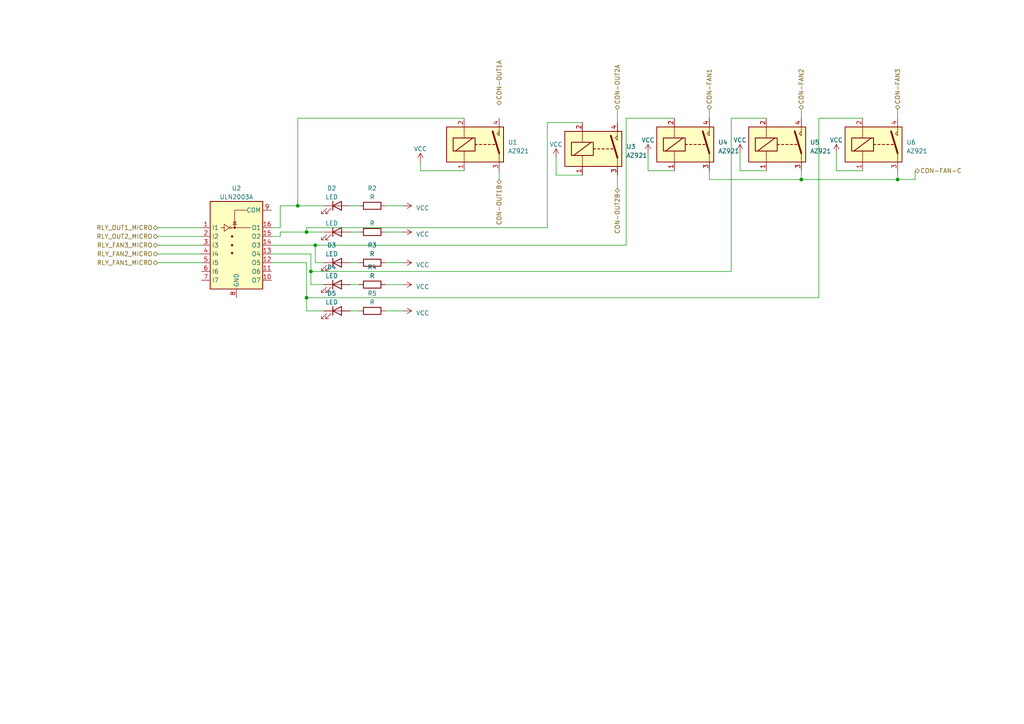
<source format=kicad_sch>
(kicad_sch (version 20230121) (generator eeschema)
  (paper "A4")
  (lib_symbols
    (symbol "Device:LED" (pin_numbers hide) (pin_names (offset 1.016) hide)
      (property "Reference" "D" (at 0 2.54 0))
      (property "Value" "LED" (at 0 -2.54 0))
      (symbol "LED_0_1"
        (polyline (pts (xy -1.27 -1.27) (xy -1.27 1.27)) (stroke (width 0.254)))
        (polyline (pts (xy -1.27 0) (xy 1.27 0)))
        (polyline (pts (xy 1.27 -1.27) (xy 1.27 1.27) (xy -1.27 0) (xy 1.27 -1.27)) (stroke (width 0.254)))
        (polyline (pts (xy -3.048 -0.762) (xy -4.572 -2.286) (xy -3.81 -2.286) (xy -4.572 -2.286) (xy -4.572 -1.524)))
        (polyline (pts (xy -1.778 -0.762) (xy -3.302 -2.286) (xy -2.54 -2.286) (xy -3.302 -2.286) (xy -3.302 -1.524)))
      )
      (symbol "LED_1_1"
        (pin passive line (at -3.81 0 0) (length 2.54) (name "K") (number "1"))
        (pin passive line (at 3.81 0 180) (length 2.54) (name "A") (number "2"))
      )
    )
    (symbol "Device:R" (pin_numbers hide) (pin_names (offset 0))
      (property "Reference" "R" (at 2.032 0 90))
      (property "Value" "R" (at 0 0 90))
      (symbol "R_0_1"
        (rectangle (start -1.016 -2.54) (end 1.016 2.54) (stroke (width 0.254)))
      )
      (symbol "R_1_1"
        (pin passive line (at 0 3.81 270) (length 1.27) (name "~") (number "1"))
        (pin passive line (at 0 -3.81 90) (length 1.27) (name "~") (number "2"))
      )
    )
    (symbol "Transistor_Array:ULN2003A"
      (property "Reference" "U" (at 0 15.875 0))
      (property "Value" "ULN2003A" (at 0 13.97 0))
      (symbol "ULN2003A_0_1"
        (rectangle (start -7.62 -12.7) (end 7.62 12.7) (stroke (width 0.254)) (fill (type background)))
        (circle (center -1.778 5.08) (radius 0.254))
        (circle (center -1.27 -2.286) (radius 0.254) (fill (type outline)))
        (circle (center -1.27 0) (radius 0.254) (fill (type outline)))
        (circle (center -1.27 2.54) (radius 0.254) (fill (type outline)))
        (circle (center -0.508 5.08) (radius 0.254) (fill (type outline)))
        (polyline (pts (xy -4.572 5.08) (xy -3.556 5.08)))
        (polyline (pts (xy -1.524 5.08) (xy 4.064 5.08)))
        (polyline (pts (xy 0 6.731) (xy -1.016 6.731)))
        (polyline (pts (xy -0.508 5.08) (xy -0.508 10.16) (xy 2.921 10.16)))
        (polyline (pts (xy -3.556 6.096) (xy -3.556 4.064) (xy -2.032 5.08) (xy -3.556 6.096)))
        (polyline (pts (xy 0 5.969) (xy -1.016 5.969) (xy -0.508 6.731) (xy 0 5.969)))
      )
      (symbol "ULN2003A_1_1"
        (pin input line (at -10.16 5.08 0) (length 2.54) (name "I1") (number "1"))
        (pin open_collector line (at 10.16 -10.16 180) (length 2.54) (name "O7") (number "10"))
        (pin open_collector line (at 10.16 -7.62 180) (length 2.54) (name "O6") (number "11"))
        (pin open_collector line (at 10.16 -5.08 180) (length 2.54) (name "O5") (number "12"))
        (pin open_collector line (at 10.16 -2.54 180) (length 2.54) (name "O4") (number "13"))
        (pin open_collector line (at 10.16 0 180) (length 2.54) (name "O3") (number "14"))
        (pin open_collector line (at 10.16 2.54 180) (length 2.54) (name "O2") (number "15"))
        (pin open_collector line (at 10.16 5.08 180) (length 2.54) (name "O1") (number "16"))
        (pin input line (at -10.16 2.54 0) (length 2.54) (name "I2") (number "2"))
        (pin input line (at -10.16 0 0) (length 2.54) (name "I3") (number "3"))
        (pin input line (at -10.16 -2.54 0) (length 2.54) (name "I4") (number "4"))
        (pin input line (at -10.16 -5.08 0) (length 2.54) (name "I5") (number "5"))
        (pin input line (at -10.16 -7.62 0) (length 2.54) (name "I6") (number "6"))
        (pin input line (at -10.16 -10.16 0) (length 2.54) (name "I7") (number "7"))
        (pin power_in line (at 0 -15.24 90) (length 2.54) (name "GND") (number "8"))
        (pin passive line (at 10.16 10.16 180) (length 2.54) (name "COM") (number "9"))
      )
    )
    (symbol "nuevos simvolos:AZ921"
      (property "Reference" "U" (at -12.7 1.27 0))
      (property "Value" "AZ921" (at -12.7 -1.27 0))
      (symbol "AZ921_0_0"
        (polyline (pts (xy 6.35 5.08) (xy 6.35 2.54) (xy 5.715 3.175) (xy 6.35 3.81)))
      )
      (symbol "AZ921_0_1"
        (rectangle (start -8.89 5.08) (end 7.62 -5.08) (stroke (width 0.254)) (fill (type background)))
        (rectangle (start -6.985 1.905) (end -0.635 -1.905) (stroke (width 0.254)))
        (polyline (pts (xy -6.35 -1.905) (xy -1.27 1.905)) (stroke (width 0.254)))
        (polyline (pts (xy -3.81 -5.08) (xy -3.81 -1.905)))
        (polyline (pts (xy -3.81 5.08) (xy -3.81 1.905)))
        (polyline (pts (xy -0.635 0) (xy 0 0)) (stroke (width 0.254)))
        (polyline (pts (xy 0.635 0) (xy 1.27 0)) (stroke (width 0.254)))
        (polyline (pts (xy 1.905 0) (xy 2.54 0)) (stroke (width 0.254)))
        (polyline (pts (xy 3.175 0) (xy 3.81 0)) (stroke (width 0.254)))
        (polyline (pts (xy 4.445 0) (xy 5.08 0)) (stroke (width 0.254)))
        (polyline (pts (xy 6.35 -2.54) (xy 4.445 3.81)) (stroke (width 0.508)))
        (polyline (pts (xy 6.35 -2.54) (xy 6.35 -5.08)))
      )
      (symbol "AZ921_1_1"
        (pin passive line (at -3.81 -7.62 90) (length 2.54) (name "~") (number "1"))
        (pin passive line (at -3.81 7.62 270) (length 2.54) (name "~") (number "2"))
        (pin passive line (at 6.35 -7.62 90) (length 2.54) (name "~") (number "3"))
        (pin passive line (at 6.35 7.62 270) (length 2.54) (name "~") (number "4"))
      )
    )
    (symbol "power:VCC" (power) (pin_names (offset 0))
      (property "Value" "VCC" (at 0 3.81 0))
      (symbol "VCC_0_1"
        (polyline (pts (xy -0.762 1.27) (xy 0 2.54)))
        (polyline (pts (xy 0 0) (xy 0 2.54)))
        (polyline (pts (xy 0 2.54) (xy 0.762 1.27)))
      )
      (symbol "VCC_1_1"
        (pin power_in line (at 0 0 90) (length 0) hide (name "VCC") (number "1"))
      )
    )
  )
  (junction (at 91.44 71.12))
  (junction (at 88.9 86.36))
  (junction (at 90.17 78.74))
  (junction (at 260.35 52.07))
  (junction (at 232.41 52.07))
  (junction (at 86.36 59.69))
  (junction (at 88.9 67.31))
  (wire (pts (xy 93.98 76.2) (xy 91.44 76.2)))
  (wire (pts (xy 88.9 76.2) (xy 78.74 76.2)))
  (wire (pts (xy 214.63 49.53) (xy 214.63 44.45)))
  (wire (pts (xy 195.58 34.29) (xy 181.61 34.29)))
  (wire (pts (xy 93.98 90.17) (xy 88.9 90.17)))
  (wire (pts (xy 111.76 76.2) (xy 116.84 76.2)))
  (wire (pts (xy 111.76 59.69) (xy 116.84 59.69)))
  (wire (pts (xy 93.98 59.69) (xy 86.36 59.69)))
  (wire (pts (xy 91.44 71.12) (xy 78.74 71.12)))
  (wire (pts (xy 45.72 73.66) (xy 58.42 73.66)))
  (wire (pts (xy 158.75 66.04) (xy 88.9 66.04)))
  (wire (pts (xy 101.6 76.2) (xy 104.14 76.2)))
  (wire (pts (xy 81.28 66.04) (xy 78.74 66.04)))
  (wire (pts (xy 81.28 59.69) (xy 81.28 66.04)))
  (wire (pts (xy 205.74 49.53) (xy 205.74 52.07)))
  (wire (pts (xy 121.92 46.99) (xy 121.92 49.53)))
  (wire (pts (xy 111.76 67.31) (xy 116.84 67.31)))
  (wire (pts (xy 242.57 49.53) (xy 242.57 44.45)))
  (wire (pts (xy 88.9 66.04) (xy 88.9 67.31)))
  (wire (pts (xy 179.07 50.8) (xy 179.07 54.61)))
  (wire (pts (xy 88.9 86.36) (xy 88.9 90.17)))
  (wire (pts (xy 90.17 73.66) (xy 78.74 73.66)))
  (wire (pts (xy 260.35 52.07) (xy 265.43 52.07)))
  (wire (pts (xy 91.44 76.2) (xy 91.44 71.12)))
  (wire (pts (xy 212.09 78.74) (xy 90.17 78.74)))
  (wire (pts (xy 134.62 49.53) (xy 121.92 49.53)))
  (wire (pts (xy 45.72 66.04) (xy 58.42 66.04)))
  (wire (pts (xy 222.25 49.53) (xy 214.63 49.53)))
  (wire (pts (xy 237.49 86.36) (xy 88.9 86.36)))
  (wire (pts (xy 90.17 82.55) (xy 90.17 78.74)))
  (wire (pts (xy 45.72 71.12) (xy 58.42 71.12)))
  (wire (pts (xy 187.96 49.53) (xy 187.96 44.45)))
  (wire (pts (xy 212.09 34.29) (xy 212.09 78.74)))
  (wire (pts (xy 179.07 31.75) (xy 179.07 35.56)))
  (wire (pts (xy 232.41 31.75) (xy 232.41 34.29)))
  (wire (pts (xy 45.72 76.2) (xy 58.42 76.2)))
  (wire (pts (xy 93.98 82.55) (xy 90.17 82.55)))
  (wire (pts (xy 144.78 49.53) (xy 144.78 52.07)))
  (wire (pts (xy 101.6 90.17) (xy 104.14 90.17)))
  (wire (pts (xy 260.35 49.53) (xy 260.35 52.07)))
  (wire (pts (xy 111.76 90.17) (xy 116.84 90.17)))
  (wire (pts (xy 158.75 35.56) (xy 158.75 66.04)))
  (wire (pts (xy 195.58 49.53) (xy 187.96 49.53)))
  (wire (pts (xy 265.43 52.07) (xy 265.43 49.53)))
  (wire (pts (xy 81.28 67.31) (xy 81.28 68.58)))
  (wire (pts (xy 260.35 31.75) (xy 260.35 34.29)))
  (wire (pts (xy 86.36 34.29) (xy 86.36 59.69)))
  (wire (pts (xy 88.9 67.31) (xy 81.28 67.31)))
  (wire (pts (xy 232.41 52.07) (xy 260.35 52.07)))
  (wire (pts (xy 81.28 68.58) (xy 78.74 68.58)))
  (wire (pts (xy 111.76 82.55) (xy 116.84 82.55)))
  (wire (pts (xy 101.6 59.69) (xy 104.14 59.69)))
  (wire (pts (xy 101.6 67.31) (xy 104.14 67.31)))
  (wire (pts (xy 250.19 34.29) (xy 237.49 34.29)))
  (wire (pts (xy 93.98 67.31) (xy 88.9 67.31)))
  (wire (pts (xy 181.61 34.29) (xy 181.61 71.12)))
  (wire (pts (xy 88.9 76.2) (xy 88.9 86.36)))
  (wire (pts (xy 161.29 50.8) (xy 161.29 45.72)))
  (wire (pts (xy 181.61 71.12) (xy 91.44 71.12)))
  (wire (pts (xy 90.17 78.74) (xy 90.17 73.66)))
  (wire (pts (xy 168.91 35.56) (xy 158.75 35.56)))
  (wire (pts (xy 45.72 68.58) (xy 58.42 68.58)))
  (wire (pts (xy 232.41 49.53) (xy 232.41 52.07)))
  (wire (pts (xy 237.49 34.29) (xy 237.49 86.36)))
  (wire (pts (xy 205.74 52.07) (xy 232.41 52.07)))
  (wire (pts (xy 134.62 34.29) (xy 86.36 34.29)))
  (wire (pts (xy 222.25 34.29) (xy 212.09 34.29)))
  (wire (pts (xy 205.74 31.75) (xy 205.74 34.29)))
  (wire (pts (xy 86.36 59.69) (xy 81.28 59.69)))
  (wire (pts (xy 101.6 82.55) (xy 104.14 82.55)))
  (wire (pts (xy 250.19 49.53) (xy 242.57 49.53)))
  (wire (pts (xy 168.91 50.8) (xy 161.29 50.8)))
  (hierarchical_label "RLY_OUT2_MICRO" (shape bidirectional) (at 45.72 68.58 180))
  (hierarchical_label "CON-FAN3" (shape bidirectional) (at 260.35 31.75 90))
  (hierarchical_label "CON-FAN1" (shape bidirectional) (at 205.74 31.75 90))
  (hierarchical_label "CON-OUT2A" (shape bidirectional) (at 179.07 31.75 90))
  (hierarchical_label "CON-FAN2" (shape bidirectional) (at 232.41 31.75 90))
  (hierarchical_label "RLY_FAN2_MICRO" (shape bidirectional) (at 45.72 73.66 180))
  (hierarchical_label "CON-OUT1A" (shape bidirectional) (at 144.78 30.48 90))
  (hierarchical_label "CON-FAN-C" (shape bidirectional) (at 265.43 49.53 0))
  (hierarchical_label "RLY_FAN3_MICRO" (shape bidirectional) (at 45.72 71.12 180))
  (hierarchical_label "RLY_FAN1_MICRO" (shape bidirectional) (at 45.72 76.2 180))
  (hierarchical_label "RLY_OUT1_MICRO" (shape bidirectional) (at 45.72 66.04 180))
  (hierarchical_label "CON-OUT2B" (shape bidirectional) (at 179.07 54.61 270))
  (hierarchical_label "CON-OUT1B" (shape bidirectional) (at 144.78 52.07 270))
  (symbol (lib_id "power:VCC") (at 214.63 44.45 0) (unit 1)
    (property "Reference" "#PWR04" (effects hide))
    (property "Value" "VCC" (at 214.63 40.64 0))
    (instances (project "ROOMLINK" (path "" (reference "#PWR04") (unit 1)) (path "" (reference "#PWR09") (unit 1))))
  )
  (symbol (lib_id "power:VCC") (at 116.84 90.17 270) (unit 1)
    (property "Reference" "#PWR09" (effects hide))
    (property "Value" "VCC" (at 120.65 90.805 90) (effects (justify left)))
    (instances (project "ROOMLINK" (path "" (reference "#PWR09") (unit 1)) (path "" (reference "#PWR05") (unit 1))))
  )
  (symbol (lib_id "Device:LED") (at 97.79 67.31 0) (unit 1)
    (property "Reference" "D1" (effects hide))
    (property "Value" "LED" (at 96.2025 64.77 0))
    (instances (project "ROOMLINK" (path "" (reference "D1") (unit 1)) (path "" (reference "D2") (unit 1))))
  )
  (symbol (lib_id "power:VCC") (at 121.92 46.99 0) (unit 1)
    (property "Reference" "#PWR01" (effects hide))
    (property "Value" "VCC" (at 121.92 43.18 0))
    (instances (project "ROOMLINK" (path "" (reference "#PWR01") (unit 1)) (path "" (reference "#PWR06") (unit 1))))
  )
  (symbol (lib_id "nuevos simvolos:AZ921") (at 254 41.91 0) (unit 1)
    (property "Reference" "U6" (at 262.89 41.275 0) (effects (justify left)))
    (property "Value" "AZ921" (at 262.89 43.815 0) (effects (justify left)))
  )
  (symbol (lib_id "power:VCC") (at 116.84 82.55 270) (unit 1)
    (property "Reference" "#PWR08" (effects hide))
    (property "Value" "VCC" (at 120.65 83.185 90) (effects (justify left)))
    (instances (project "ROOMLINK" (path "" (reference "#PWR08") (unit 1)) (path "" (reference "#PWR04") (unit 1))))
  )
  (symbol (lib_id "nuevos simvolos:AZ921") (at 172.72 43.18 0) (unit 1)
    (property "Reference" "U3" (at 181.61 42.545 0) (effects (justify left)))
    (property "Value" "AZ921" (at 181.61 45.085 0) (effects (justify left)))
  )
  (symbol (lib_id "nuevos simvolos:AZ921") (at 138.43 41.91 0) (unit 1)
    (property "Reference" "U1" (at 147.32 41.275 0) (effects (justify left)))
    (property "Value" "AZ921" (at 147.32 43.815 0) (effects (justify left)))
    (instances (project "ROOMLINK" (path "" (reference "U1") (unit 1)) (path "" (reference "U2") (unit 1))))
  )
  (symbol (lib_id "Device:R") (at 107.95 59.69 90) (unit 1)
    (property "Reference" "R2" (at 107.95 54.61 90))
    (property "Value" "R" (at 107.95 57.15 90))
    (instances (project "ROOMLINK" (path "" (reference "R2") (unit 1)) (path "" (reference "R1") (unit 1))))
  )
  (symbol (lib_id "Device:R") (at 107.95 67.31 90) (unit 1)
    (property "Reference" "R1" (effects hide))
    (property "Value" "R" (at 107.95 64.77 90))
    (instances (project "ROOMLINK" (path "" (reference "R1") (unit 1)) (path "" (reference "R2") (unit 1))))
  )
  (symbol (lib_id "Device:R") (at 107.95 82.55 90) (unit 1)
    (property "Reference" "R4" (at 107.95 77.47 90))
    (property "Value" "R" (at 107.95 80.01 90))
  )
  (symbol (lib_id "power:VCC") (at 161.29 45.72 0) (unit 1)
    (property "Reference" "#PWR02" (effects hide))
    (property "Value" "VCC" (at 161.29 41.91 0))
    (instances (project "ROOMLINK" (path "" (reference "#PWR02") (unit 1)) (path "" (reference "#PWR07") (unit 1))))
  )
  (symbol (lib_id "Device:R") (at 107.95 90.17 90) (unit 1)
    (property "Reference" "R5" (at 107.95 85.09 90))
    (property "Value" "R" (at 107.95 87.63 90))
  )
  (symbol (lib_id "Device:LED") (at 97.79 90.17 0) (unit 1)
    (property "Reference" "D5" (at 96.2025 85.09 0))
    (property "Value" "LED" (at 96.2025 87.63 0))
  )
  (symbol (lib_id "power:VCC") (at 116.84 59.69 270) (unit 1)
    (property "Reference" "#PWR06" (effects hide))
    (property "Value" "VCC" (at 120.65 60.325 90) (effects (justify left)))
    (instances (project "ROOMLINK" (path "" (reference "#PWR06") (unit 1)) (path "" (reference "#PWR01") (unit 1))))
  )
  (symbol (lib_id "power:VCC") (at 116.84 76.2 270) (unit 1)
    (property "Reference" "#PWR07" (effects hide))
    (property "Value" "VCC" (at 120.65 76.835 90) (effects (justify left)))
    (instances (project "ROOMLINK" (path "" (reference "#PWR07") (unit 1)) (path "" (reference "#PWR03") (unit 1))))
  )
  (symbol (lib_id "Device:LED") (at 97.79 82.55 0) (unit 1)
    (property "Reference" "D4" (at 96.2025 77.47 0))
    (property "Value" "LED" (at 96.2025 80.01 0))
  )
  (symbol (lib_id "power:VCC") (at 116.84 67.31 270) (unit 1)
    (property "Reference" "#PWR05" (effects hide))
    (property "Value" "VCC" (at 120.65 67.945 90) (effects (justify left)))
    (instances (project "ROOMLINK" (path "" (reference "#PWR05") (unit 1)) (path "" (reference "#PWR02") (unit 1))))
  )
  (symbol (lib_id "Device:LED") (at 97.79 59.69 0) (unit 1)
    (property "Reference" "D2" (at 96.2025 54.61 0))
    (property "Value" "LED" (at 96.2025 57.15 0))
    (instances (project "ROOMLINK" (path "" (reference "D2") (unit 1)) (path "" (reference "D1") (unit 1))))
  )
  (symbol (lib_id "Device:R") (at 107.95 76.2 90) (unit 1)
    (property "Reference" "R3" (at 107.95 71.12 90))
    (property "Value" "R" (at 107.95 73.66 90))
  )
  (symbol (lib_id "power:VCC") (at 242.57 44.45 0) (unit 1)
    (property "Reference" "#PWR010" (effects hide))
    (property "Value" "VCC" (at 242.57 40.64 0))
  )
  (symbol (lib_id "Transistor_Array:ULN2003A") (at 68.58 71.12 0) (unit 1)
    (property "Reference" "U2" (at 68.58 54.61 0))
    (property "Value" "ULN2003A" (at 68.58 57.15 0))
    (property "Datasheet" "http://www.ti.com/lit/ds/symlink/uln2003a.pdf" (effects hide))
    (instances (project "ROOMLINK" (path "" (reference "U2") (unit 1)) (path "" (reference "U1") (unit 1))))
  )
  (symbol (lib_id "nuevos simvolos:AZ921") (at 199.39 41.91 0) (unit 1)
    (property "Reference" "U4" (at 208.28 41.275 0) (effects (justify left)))
    (property "Value" "AZ921" (at 208.28 43.815 0) (effects (justify left)))
  )
  (symbol (lib_id "power:VCC") (at 187.96 44.45 0) (unit 1)
    (property "Reference" "#PWR03" (effects hide))
    (property "Value" "VCC" (at 187.96 40.64 0))
    (instances (project "ROOMLINK" (path "" (reference "#PWR03") (unit 1)) (path "" (reference "#PWR08") (unit 1))))
  )
  (symbol (lib_id "Device:LED") (at 97.79 76.2 0) (unit 1)
    (property "Reference" "D3" (at 96.2025 71.12 0))
    (property "Value" "LED" (at 96.2025 73.66 0))
  )
  (symbol (lib_id "nuevos simvolos:AZ921") (at 226.06 41.91 0) (unit 1)
    (property "Reference" "U5" (at 234.95 41.275 0) (effects (justify left)))
    (property "Value" "AZ921" (at 234.95 43.815 0) (effects (justify left)))
  )
)
</source>
